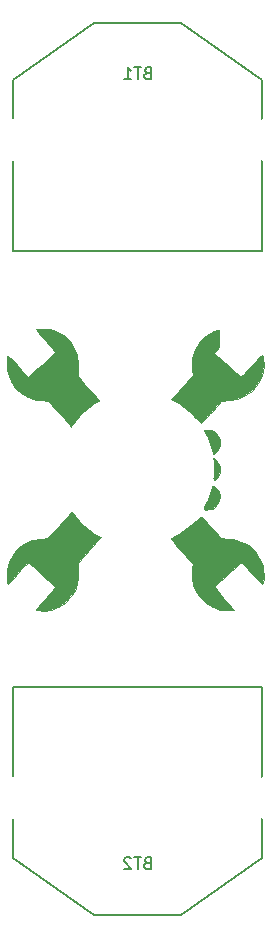
<source format=gbo>
G04 #@! TF.GenerationSoftware,KiCad,Pcbnew,(2017-01-24 revision 0b6147e)-makepkg*
G04 #@! TF.CreationDate,2017-06-09T09:58:06-07:00*
G04 #@! TF.ProjectId,POVSpinner,504F565370696E6E65722E6B69636164,rev?*
G04 #@! TF.FileFunction,Legend,Bot*
G04 #@! TF.FilePolarity,Positive*
%FSLAX46Y46*%
G04 Gerber Fmt 4.6, Leading zero omitted, Abs format (unit mm)*
G04 Created by KiCad (PCBNEW (2017-01-24 revision 0b6147e)-makepkg) date 06/09/17 09:58:06*
%MOMM*%
%LPD*%
G01*
G04 APERTURE LIST*
%ADD10C,0.100000*%
%ADD11C,0.150000*%
%ADD12C,0.010000*%
%ADD13R,4.360000X4.360000*%
%ADD14C,3.500000*%
%ADD15R,2.127200X2.127200*%
%ADD16O,2.127200X2.127200*%
%ADD17C,1.300000*%
%ADD18C,1.504000*%
%ADD19C,1.650006*%
%ADD20C,13.100000*%
G04 APERTURE END LIST*
D10*
D11*
X135141000Y-67598000D02*
X135141000Y-58200000D01*
X114059000Y-67598000D02*
X135141000Y-67598000D01*
X114059000Y-58200000D02*
X114059000Y-67598000D01*
X135141000Y-58200000D02*
X135141000Y-53120000D01*
X128283000Y-48294000D02*
X124600000Y-48294000D01*
X124600000Y-48294000D02*
X120917000Y-48294000D01*
X128283000Y-48294000D02*
X135141000Y-53120000D01*
X114059000Y-53120000D02*
X120917000Y-48294000D01*
X114059000Y-58200000D02*
X114059000Y-53120000D01*
X135141000Y-113900000D02*
X135141000Y-118980000D01*
X135141000Y-118980000D02*
X128283000Y-123806000D01*
X120917000Y-123806000D02*
X114059000Y-118980000D01*
X124600000Y-123806000D02*
X128283000Y-123806000D01*
X120917000Y-123806000D02*
X124600000Y-123806000D01*
X114059000Y-113900000D02*
X114059000Y-118980000D01*
X135141000Y-113900000D02*
X135141000Y-104502000D01*
X135141000Y-104502000D02*
X114059000Y-104502000D01*
X114059000Y-104502000D02*
X114059000Y-113900000D01*
D12*
G36*
X127929740Y-80708374D02*
X128319653Y-80927037D01*
X128757533Y-81208749D01*
X129165924Y-81502790D01*
X129277093Y-81590684D01*
X129558832Y-81817107D01*
X129789222Y-81996816D01*
X129938661Y-82107033D01*
X129978916Y-82130667D01*
X130045563Y-82070688D01*
X130202911Y-81905728D01*
X130430162Y-81658245D01*
X130706519Y-81350701D01*
X130830151Y-81211375D01*
X131642967Y-80292084D01*
X132308664Y-80246456D01*
X132988442Y-80143685D01*
X133574224Y-79925901D01*
X134109847Y-79576458D01*
X134142479Y-79550013D01*
X134597315Y-79076407D01*
X134944605Y-78506496D01*
X135169970Y-77878117D01*
X135259030Y-77229114D01*
X135220967Y-76712000D01*
X135169603Y-76525854D01*
X135122118Y-76436520D01*
X135047926Y-76473707D01*
X134884413Y-76618791D01*
X134652588Y-76851210D01*
X134373458Y-77150405D01*
X134235353Y-77304354D01*
X133939865Y-77632813D01*
X133681821Y-77910507D01*
X133482672Y-78115053D01*
X133363864Y-78224066D01*
X133342619Y-78236000D01*
X133264098Y-78182363D01*
X133085957Y-78036288D01*
X132833155Y-77820027D01*
X132530649Y-77555833D01*
X132203399Y-77265958D01*
X131876362Y-76972655D01*
X131574496Y-76698177D01*
X131322761Y-76464776D01*
X131146115Y-76294705D01*
X131069515Y-76210216D01*
X131068765Y-76208653D01*
X131114274Y-76130183D01*
X131254427Y-75949389D01*
X131470208Y-75689467D01*
X131742600Y-75373611D01*
X131894265Y-75201752D01*
X132189527Y-74866585D01*
X132440039Y-74576365D01*
X132626215Y-74354252D01*
X132728466Y-74223402D01*
X132742000Y-74199507D01*
X132664083Y-74181295D01*
X132456551Y-74175254D01*
X132158732Y-74182062D01*
X132043500Y-74187446D01*
X131644733Y-74219466D01*
X131340681Y-74279017D01*
X131056920Y-74385519D01*
X130809828Y-74509393D01*
X130216625Y-74914156D01*
X129744610Y-75421241D01*
X129404551Y-76009594D01*
X129207213Y-76658165D01*
X129163366Y-77345902D01*
X129196687Y-77663230D01*
X129265110Y-78096066D01*
X128731240Y-78695199D01*
X128419931Y-79044795D01*
X128079152Y-79427842D01*
X127773456Y-79771776D01*
X127721580Y-79830190D01*
X127245790Y-80366046D01*
X127929740Y-80708374D01*
X127929740Y-80708374D01*
G37*
X127929740Y-80708374D02*
X128319653Y-80927037D01*
X128757533Y-81208749D01*
X129165924Y-81502790D01*
X129277093Y-81590684D01*
X129558832Y-81817107D01*
X129789222Y-81996816D01*
X129938661Y-82107033D01*
X129978916Y-82130667D01*
X130045563Y-82070688D01*
X130202911Y-81905728D01*
X130430162Y-81658245D01*
X130706519Y-81350701D01*
X130830151Y-81211375D01*
X131642967Y-80292084D01*
X132308664Y-80246456D01*
X132988442Y-80143685D01*
X133574224Y-79925901D01*
X134109847Y-79576458D01*
X134142479Y-79550013D01*
X134597315Y-79076407D01*
X134944605Y-78506496D01*
X135169970Y-77878117D01*
X135259030Y-77229114D01*
X135220967Y-76712000D01*
X135169603Y-76525854D01*
X135122118Y-76436520D01*
X135047926Y-76473707D01*
X134884413Y-76618791D01*
X134652588Y-76851210D01*
X134373458Y-77150405D01*
X134235353Y-77304354D01*
X133939865Y-77632813D01*
X133681821Y-77910507D01*
X133482672Y-78115053D01*
X133363864Y-78224066D01*
X133342619Y-78236000D01*
X133264098Y-78182363D01*
X133085957Y-78036288D01*
X132833155Y-77820027D01*
X132530649Y-77555833D01*
X132203399Y-77265958D01*
X131876362Y-76972655D01*
X131574496Y-76698177D01*
X131322761Y-76464776D01*
X131146115Y-76294705D01*
X131069515Y-76210216D01*
X131068765Y-76208653D01*
X131114274Y-76130183D01*
X131254427Y-75949389D01*
X131470208Y-75689467D01*
X131742600Y-75373611D01*
X131894265Y-75201752D01*
X132189527Y-74866585D01*
X132440039Y-74576365D01*
X132626215Y-74354252D01*
X132728466Y-74223402D01*
X132742000Y-74199507D01*
X132664083Y-74181295D01*
X132456551Y-74175254D01*
X132158732Y-74182062D01*
X132043500Y-74187446D01*
X131644733Y-74219466D01*
X131340681Y-74279017D01*
X131056920Y-74385519D01*
X130809828Y-74509393D01*
X130216625Y-74914156D01*
X129744610Y-75421241D01*
X129404551Y-76009594D01*
X129207213Y-76658165D01*
X129163366Y-77345902D01*
X129196687Y-77663230D01*
X129265110Y-78096066D01*
X128731240Y-78695199D01*
X128419931Y-79044795D01*
X128079152Y-79427842D01*
X127773456Y-79771776D01*
X127721580Y-79830190D01*
X127245790Y-80366046D01*
X127929740Y-80708374D01*
G36*
X127454717Y-92053529D02*
X127557553Y-92195221D01*
X127735538Y-92409429D01*
X128001242Y-92713331D01*
X128367235Y-93124108D01*
X128399806Y-93160517D01*
X129264611Y-94127086D01*
X129196438Y-94558346D01*
X129167483Y-95237529D01*
X129287237Y-95884970D01*
X129539036Y-96481533D01*
X129906216Y-97008082D01*
X130372112Y-97445479D01*
X130920060Y-97774589D01*
X131533396Y-97976276D01*
X132195455Y-98031401D01*
X132219977Y-98030411D01*
X132773143Y-98005667D01*
X131909836Y-97035205D01*
X131613350Y-96697187D01*
X131363739Y-96403550D01*
X131179859Y-96177204D01*
X131080564Y-96041062D01*
X131068765Y-96013086D01*
X131139950Y-95933761D01*
X131312314Y-95767700D01*
X131560931Y-95537133D01*
X131860875Y-95264289D01*
X132187222Y-94971395D01*
X132515046Y-94680681D01*
X132819422Y-94414376D01*
X133075424Y-94194708D01*
X133258128Y-94043907D01*
X133342607Y-93984200D01*
X133343993Y-93984000D01*
X133420368Y-94044119D01*
X133586541Y-94209558D01*
X133821100Y-94457938D01*
X134102635Y-94766881D01*
X134235353Y-94915646D01*
X134529614Y-95238397D01*
X134786941Y-95503369D01*
X134986159Y-95690082D01*
X135106092Y-95778054D01*
X135128760Y-95779773D01*
X135193483Y-95626441D01*
X135231184Y-95355615D01*
X135241126Y-95017083D01*
X135222575Y-94660631D01*
X135174796Y-94336046D01*
X135151482Y-94240786D01*
X134880178Y-93560886D01*
X134482788Y-92988516D01*
X133971400Y-92533325D01*
X133358104Y-92204959D01*
X132654988Y-92013065D01*
X132310481Y-91973668D01*
X131634207Y-91927315D01*
X130826147Y-91008324D01*
X130536211Y-90682060D01*
X130285770Y-90406793D01*
X130095825Y-90205102D01*
X129987375Y-90099567D01*
X129971431Y-90089333D01*
X129890428Y-90140781D01*
X129713973Y-90278195D01*
X129474177Y-90476177D01*
X129364887Y-90569063D01*
X129079005Y-90801532D01*
X128736844Y-91061005D01*
X128373919Y-91322671D01*
X128025749Y-91561720D01*
X127727850Y-91753341D01*
X127515739Y-91872725D01*
X127471387Y-91891763D01*
X127424204Y-91918979D01*
X127414457Y-91967175D01*
X127454717Y-92053529D01*
X127454717Y-92053529D01*
G37*
X127454717Y-92053529D02*
X127557553Y-92195221D01*
X127735538Y-92409429D01*
X128001242Y-92713331D01*
X128367235Y-93124108D01*
X128399806Y-93160517D01*
X129264611Y-94127086D01*
X129196438Y-94558346D01*
X129167483Y-95237529D01*
X129287237Y-95884970D01*
X129539036Y-96481533D01*
X129906216Y-97008082D01*
X130372112Y-97445479D01*
X130920060Y-97774589D01*
X131533396Y-97976276D01*
X132195455Y-98031401D01*
X132219977Y-98030411D01*
X132773143Y-98005667D01*
X131909836Y-97035205D01*
X131613350Y-96697187D01*
X131363739Y-96403550D01*
X131179859Y-96177204D01*
X131080564Y-96041062D01*
X131068765Y-96013086D01*
X131139950Y-95933761D01*
X131312314Y-95767700D01*
X131560931Y-95537133D01*
X131860875Y-95264289D01*
X132187222Y-94971395D01*
X132515046Y-94680681D01*
X132819422Y-94414376D01*
X133075424Y-94194708D01*
X133258128Y-94043907D01*
X133342607Y-93984200D01*
X133343993Y-93984000D01*
X133420368Y-94044119D01*
X133586541Y-94209558D01*
X133821100Y-94457938D01*
X134102635Y-94766881D01*
X134235353Y-94915646D01*
X134529614Y-95238397D01*
X134786941Y-95503369D01*
X134986159Y-95690082D01*
X135106092Y-95778054D01*
X135128760Y-95779773D01*
X135193483Y-95626441D01*
X135231184Y-95355615D01*
X135241126Y-95017083D01*
X135222575Y-94660631D01*
X135174796Y-94336046D01*
X135151482Y-94240786D01*
X134880178Y-93560886D01*
X134482788Y-92988516D01*
X133971400Y-92533325D01*
X133358104Y-92204959D01*
X132654988Y-92013065D01*
X132310481Y-91973668D01*
X131634207Y-91927315D01*
X130826147Y-91008324D01*
X130536211Y-90682060D01*
X130285770Y-90406793D01*
X130095825Y-90205102D01*
X129987375Y-90099567D01*
X129971431Y-90089333D01*
X129890428Y-90140781D01*
X129713973Y-90278195D01*
X129474177Y-90476177D01*
X129364887Y-90569063D01*
X129079005Y-90801532D01*
X128736844Y-91061005D01*
X128373919Y-91322671D01*
X128025749Y-91561720D01*
X127727850Y-91753341D01*
X127515739Y-91872725D01*
X127471387Y-91891763D01*
X127424204Y-91918979D01*
X127414457Y-91967175D01*
X127454717Y-92053529D01*
G36*
X130163061Y-83169861D02*
X130210659Y-83257641D01*
X130372470Y-83586884D01*
X130537150Y-83977906D01*
X130635270Y-84247333D01*
X130729769Y-84526662D01*
X130803563Y-84734023D01*
X130840958Y-84825344D01*
X130841235Y-84825693D01*
X130934322Y-84822260D01*
X131088194Y-84723291D01*
X131257183Y-84564937D01*
X131391547Y-84390096D01*
X131534483Y-84002335D01*
X131524307Y-83592459D01*
X131390761Y-83256610D01*
X131120683Y-82958825D01*
X130765462Y-82771595D01*
X130467129Y-82723333D01*
X130194320Y-82736955D01*
X130061849Y-82796868D01*
X130056001Y-82931645D01*
X130163061Y-83169861D01*
X130163061Y-83169861D01*
G37*
X130163061Y-83169861D02*
X130210659Y-83257641D01*
X130372470Y-83586884D01*
X130537150Y-83977906D01*
X130635270Y-84247333D01*
X130729769Y-84526662D01*
X130803563Y-84734023D01*
X130840958Y-84825344D01*
X130841235Y-84825693D01*
X130934322Y-84822260D01*
X131088194Y-84723291D01*
X131257183Y-84564937D01*
X131391547Y-84390096D01*
X131534483Y-84002335D01*
X131524307Y-83592459D01*
X131390761Y-83256610D01*
X131120683Y-82958825D01*
X130765462Y-82771595D01*
X130467129Y-82723333D01*
X130194320Y-82736955D01*
X130061849Y-82796868D01*
X130056001Y-82931645D01*
X130163061Y-83169861D01*
G36*
X130907166Y-85338977D02*
X130909147Y-85348904D01*
X130935003Y-85563290D01*
X130954299Y-85885400D01*
X130963624Y-86253656D01*
X130964000Y-86339305D01*
X130973464Y-86723251D01*
X131007712Y-86946603D01*
X131075526Y-87017342D01*
X131185688Y-86943450D01*
X131346982Y-86732908D01*
X131366167Y-86704785D01*
X131527181Y-86325403D01*
X131533656Y-85919685D01*
X131391547Y-85543903D01*
X131229675Y-85333698D01*
X131055640Y-85182945D01*
X131040678Y-85174391D01*
X130916816Y-85119237D01*
X130880417Y-85163345D01*
X130907166Y-85338977D01*
X130907166Y-85338977D01*
G37*
X130907166Y-85338977D02*
X130909147Y-85348904D01*
X130935003Y-85563290D01*
X130954299Y-85885400D01*
X130963624Y-86253656D01*
X130964000Y-86339305D01*
X130973464Y-86723251D01*
X131007712Y-86946603D01*
X131075526Y-87017342D01*
X131185688Y-86943450D01*
X131346982Y-86732908D01*
X131366167Y-86704785D01*
X131527181Y-86325403D01*
X131533656Y-85919685D01*
X131391547Y-85543903D01*
X131229675Y-85333698D01*
X131055640Y-85182945D01*
X131040678Y-85174391D01*
X130916816Y-85119237D01*
X130880417Y-85163345D01*
X130907166Y-85338977D01*
G36*
X130182005Y-89448450D02*
X130330989Y-89497310D01*
X130569449Y-89484260D01*
X130833088Y-89418293D01*
X131023389Y-89330761D01*
X131317581Y-89065025D01*
X131498004Y-88721063D01*
X131552456Y-88343991D01*
X131468738Y-87978924D01*
X131415736Y-87879907D01*
X131249537Y-87672602D01*
X131067319Y-87532176D01*
X130915978Y-87491946D01*
X130885487Y-87503196D01*
X130824783Y-87608338D01*
X130765268Y-87812393D01*
X130754396Y-87865898D01*
X130688972Y-88100605D01*
X130572228Y-88421171D01*
X130428294Y-88761859D01*
X130414359Y-88792283D01*
X130288581Y-89082730D01*
X130205127Y-89311080D01*
X130178147Y-89437378D01*
X130182005Y-89448450D01*
X130182005Y-89448450D01*
G37*
X130182005Y-89448450D02*
X130330989Y-89497310D01*
X130569449Y-89484260D01*
X130833088Y-89418293D01*
X131023389Y-89330761D01*
X131317581Y-89065025D01*
X131498004Y-88721063D01*
X131552456Y-88343991D01*
X131468738Y-87978924D01*
X131415736Y-87879907D01*
X131249537Y-87672602D01*
X131067319Y-87532176D01*
X130915978Y-87491946D01*
X130885487Y-87503196D01*
X130824783Y-87608338D01*
X130765268Y-87812393D01*
X130754396Y-87865898D01*
X130688972Y-88100605D01*
X130572228Y-88421171D01*
X130428294Y-88761859D01*
X130414359Y-88792283D01*
X130288581Y-89082730D01*
X130205127Y-89311080D01*
X130178147Y-89437378D01*
X130182005Y-89448450D01*
G36*
X113479953Y-77355402D02*
X113516003Y-77686443D01*
X113559787Y-77902932D01*
X113817456Y-78594332D01*
X114202516Y-79179945D01*
X114702398Y-79649304D01*
X115304536Y-79991942D01*
X115996363Y-80197391D01*
X116372143Y-80245410D01*
X117006286Y-80293370D01*
X117989849Y-81402518D01*
X118310465Y-81764388D01*
X118590209Y-82080728D01*
X118810480Y-82330455D01*
X118952676Y-82492485D01*
X118998235Y-82545473D01*
X119065257Y-82504661D01*
X119227812Y-82368087D01*
X119460176Y-82158187D01*
X119688943Y-81943095D01*
X120042677Y-81627440D01*
X120434987Y-81312399D01*
X120803711Y-81046665D01*
X120960415Y-80947140D01*
X121237208Y-80780218D01*
X121447567Y-80648634D01*
X121557521Y-80573821D01*
X121566000Y-80565065D01*
X121512731Y-80497738D01*
X121364442Y-80323612D01*
X121138408Y-80062627D01*
X120851906Y-79734724D01*
X120522212Y-79359844D01*
X120502929Y-79337987D01*
X120132123Y-78915730D01*
X119860508Y-78598732D01*
X119674007Y-78366378D01*
X119558541Y-78198055D01*
X119500035Y-78073147D01*
X119484410Y-77971040D01*
X119497588Y-77871121D01*
X119498465Y-77867107D01*
X119530339Y-77630288D01*
X119548511Y-77311751D01*
X119550231Y-77107816D01*
X119461038Y-76433190D01*
X119225233Y-75813393D01*
X118861519Y-75266575D01*
X118388597Y-74810886D01*
X117825169Y-74464475D01*
X117189937Y-74245493D01*
X116525157Y-74172000D01*
X116245845Y-74180959D01*
X116048770Y-74204391D01*
X115978284Y-74235500D01*
X116031803Y-74318150D01*
X116178734Y-74502257D01*
X116398958Y-74763641D01*
X116672355Y-75078122D01*
X116789315Y-75210239D01*
X117075832Y-75538934D01*
X117313944Y-75824884D01*
X117484307Y-76043841D01*
X117567574Y-76171554D01*
X117572198Y-76191569D01*
X117501627Y-76271695D01*
X117329735Y-76438759D01*
X117081379Y-76670516D01*
X116781414Y-76944721D01*
X116454697Y-77239129D01*
X116126083Y-77531496D01*
X115820428Y-77799578D01*
X115562589Y-78021128D01*
X115377420Y-78173903D01*
X115289779Y-78235657D01*
X115287780Y-78236000D01*
X115213902Y-78175868D01*
X115050821Y-78010784D01*
X114820284Y-77763716D01*
X114544039Y-77457633D01*
X114446034Y-77347000D01*
X114158939Y-77026306D01*
X113909688Y-76757053D01*
X113720201Y-76562233D01*
X113612400Y-76464840D01*
X113598483Y-76458000D01*
X113531675Y-76534937D01*
X113488906Y-76737950D01*
X113471293Y-77025338D01*
X113479953Y-77355402D01*
X113479953Y-77355402D01*
G37*
X113479953Y-77355402D02*
X113516003Y-77686443D01*
X113559787Y-77902932D01*
X113817456Y-78594332D01*
X114202516Y-79179945D01*
X114702398Y-79649304D01*
X115304536Y-79991942D01*
X115996363Y-80197391D01*
X116372143Y-80245410D01*
X117006286Y-80293370D01*
X117989849Y-81402518D01*
X118310465Y-81764388D01*
X118590209Y-82080728D01*
X118810480Y-82330455D01*
X118952676Y-82492485D01*
X118998235Y-82545473D01*
X119065257Y-82504661D01*
X119227812Y-82368087D01*
X119460176Y-82158187D01*
X119688943Y-81943095D01*
X120042677Y-81627440D01*
X120434987Y-81312399D01*
X120803711Y-81046665D01*
X120960415Y-80947140D01*
X121237208Y-80780218D01*
X121447567Y-80648634D01*
X121557521Y-80573821D01*
X121566000Y-80565065D01*
X121512731Y-80497738D01*
X121364442Y-80323612D01*
X121138408Y-80062627D01*
X120851906Y-79734724D01*
X120522212Y-79359844D01*
X120502929Y-79337987D01*
X120132123Y-78915730D01*
X119860508Y-78598732D01*
X119674007Y-78366378D01*
X119558541Y-78198055D01*
X119500035Y-78073147D01*
X119484410Y-77971040D01*
X119497588Y-77871121D01*
X119498465Y-77867107D01*
X119530339Y-77630288D01*
X119548511Y-77311751D01*
X119550231Y-77107816D01*
X119461038Y-76433190D01*
X119225233Y-75813393D01*
X118861519Y-75266575D01*
X118388597Y-74810886D01*
X117825169Y-74464475D01*
X117189937Y-74245493D01*
X116525157Y-74172000D01*
X116245845Y-74180959D01*
X116048770Y-74204391D01*
X115978284Y-74235500D01*
X116031803Y-74318150D01*
X116178734Y-74502257D01*
X116398958Y-74763641D01*
X116672355Y-75078122D01*
X116789315Y-75210239D01*
X117075832Y-75538934D01*
X117313944Y-75824884D01*
X117484307Y-76043841D01*
X117567574Y-76171554D01*
X117572198Y-76191569D01*
X117501627Y-76271695D01*
X117329735Y-76438759D01*
X117081379Y-76670516D01*
X116781414Y-76944721D01*
X116454697Y-77239129D01*
X116126083Y-77531496D01*
X115820428Y-77799578D01*
X115562589Y-78021128D01*
X115377420Y-78173903D01*
X115289779Y-78235657D01*
X115287780Y-78236000D01*
X115213902Y-78175868D01*
X115050821Y-78010784D01*
X114820284Y-77763716D01*
X114544039Y-77457633D01*
X114446034Y-77347000D01*
X114158939Y-77026306D01*
X113909688Y-76757053D01*
X113720201Y-76562233D01*
X113612400Y-76464840D01*
X113598483Y-76458000D01*
X113531675Y-76534937D01*
X113488906Y-76737950D01*
X113471293Y-77025338D01*
X113479953Y-77355402D01*
G36*
X113498266Y-95548418D02*
X113547796Y-95720731D01*
X113598483Y-95762000D01*
X113674498Y-95701826D01*
X113839438Y-95536633D01*
X114071380Y-95289414D01*
X114348403Y-94983162D01*
X114446034Y-94873000D01*
X114732638Y-94552413D01*
X114980749Y-94283222D01*
X115168619Y-94088394D01*
X115274500Y-93990899D01*
X115287780Y-93984000D01*
X115366840Y-94037785D01*
X115545350Y-94184312D01*
X115798455Y-94401335D01*
X116101297Y-94666611D01*
X116429022Y-94957893D01*
X116756773Y-95252937D01*
X117059695Y-95529499D01*
X117312931Y-95765334D01*
X117491626Y-95938197D01*
X117570923Y-96025843D01*
X117572198Y-96028431D01*
X117528823Y-96113248D01*
X117390683Y-96298925D01*
X117177121Y-96561211D01*
X116907484Y-96875857D01*
X116789315Y-97009760D01*
X116500602Y-97338423D01*
X116257199Y-97623439D01*
X116079225Y-97840630D01*
X115986798Y-97965816D01*
X115978284Y-97984500D01*
X116055341Y-98016920D01*
X116257139Y-98039803D01*
X116525157Y-98048000D01*
X117212026Y-97969462D01*
X117845170Y-97745950D01*
X118405888Y-97395612D01*
X118875477Y-96936600D01*
X119235237Y-96387062D01*
X119466465Y-95765149D01*
X119550231Y-95112184D01*
X119543653Y-94786231D01*
X119519377Y-94485920D01*
X119497729Y-94349541D01*
X119482852Y-94246618D01*
X119496410Y-94144111D01*
X119552863Y-94020762D01*
X119666672Y-93855314D01*
X119852299Y-93626510D01*
X120124206Y-93313092D01*
X120459860Y-92935254D01*
X120785982Y-92565962D01*
X121068586Y-92238710D01*
X121289831Y-91974756D01*
X121431876Y-91795355D01*
X121477265Y-91723046D01*
X121408784Y-91646883D01*
X121233642Y-91513342D01*
X121002162Y-91359333D01*
X120746224Y-91178146D01*
X120416053Y-90915788D01*
X120057844Y-90610131D01*
X119775393Y-90353559D01*
X119484876Y-90084825D01*
X119242501Y-89868172D01*
X119072505Y-89724725D01*
X118999127Y-89675608D01*
X118998251Y-89676226D01*
X118937777Y-89746902D01*
X118783278Y-89923075D01*
X118553287Y-90183734D01*
X118266339Y-90507866D01*
X117991592Y-90817479D01*
X117006341Y-91926625D01*
X116366014Y-91975053D01*
X115631893Y-92107640D01*
X114983893Y-92382087D01*
X114433390Y-92788901D01*
X113991761Y-93318587D01*
X113670382Y-93961649D01*
X113559787Y-94317068D01*
X113503227Y-94622821D01*
X113474865Y-94957764D01*
X113473584Y-95280196D01*
X113498266Y-95548418D01*
X113498266Y-95548418D01*
G37*
X113498266Y-95548418D02*
X113547796Y-95720731D01*
X113598483Y-95762000D01*
X113674498Y-95701826D01*
X113839438Y-95536633D01*
X114071380Y-95289414D01*
X114348403Y-94983162D01*
X114446034Y-94873000D01*
X114732638Y-94552413D01*
X114980749Y-94283222D01*
X115168619Y-94088394D01*
X115274500Y-93990899D01*
X115287780Y-93984000D01*
X115366840Y-94037785D01*
X115545350Y-94184312D01*
X115798455Y-94401335D01*
X116101297Y-94666611D01*
X116429022Y-94957893D01*
X116756773Y-95252937D01*
X117059695Y-95529499D01*
X117312931Y-95765334D01*
X117491626Y-95938197D01*
X117570923Y-96025843D01*
X117572198Y-96028431D01*
X117528823Y-96113248D01*
X117390683Y-96298925D01*
X117177121Y-96561211D01*
X116907484Y-96875857D01*
X116789315Y-97009760D01*
X116500602Y-97338423D01*
X116257199Y-97623439D01*
X116079225Y-97840630D01*
X115986798Y-97965816D01*
X115978284Y-97984500D01*
X116055341Y-98016920D01*
X116257139Y-98039803D01*
X116525157Y-98048000D01*
X117212026Y-97969462D01*
X117845170Y-97745950D01*
X118405888Y-97395612D01*
X118875477Y-96936600D01*
X119235237Y-96387062D01*
X119466465Y-95765149D01*
X119550231Y-95112184D01*
X119543653Y-94786231D01*
X119519377Y-94485920D01*
X119497729Y-94349541D01*
X119482852Y-94246618D01*
X119496410Y-94144111D01*
X119552863Y-94020762D01*
X119666672Y-93855314D01*
X119852299Y-93626510D01*
X120124206Y-93313092D01*
X120459860Y-92935254D01*
X120785982Y-92565962D01*
X121068586Y-92238710D01*
X121289831Y-91974756D01*
X121431876Y-91795355D01*
X121477265Y-91723046D01*
X121408784Y-91646883D01*
X121233642Y-91513342D01*
X121002162Y-91359333D01*
X120746224Y-91178146D01*
X120416053Y-90915788D01*
X120057844Y-90610131D01*
X119775393Y-90353559D01*
X119484876Y-90084825D01*
X119242501Y-89868172D01*
X119072505Y-89724725D01*
X118999127Y-89675608D01*
X118998251Y-89676226D01*
X118937777Y-89746902D01*
X118783278Y-89923075D01*
X118553287Y-90183734D01*
X118266339Y-90507866D01*
X117991592Y-90817479D01*
X117006341Y-91926625D01*
X116366014Y-91975053D01*
X115631893Y-92107640D01*
X114983893Y-92382087D01*
X114433390Y-92788901D01*
X113991761Y-93318587D01*
X113670382Y-93961649D01*
X113559787Y-94317068D01*
X113503227Y-94622821D01*
X113474865Y-94957764D01*
X113473584Y-95280196D01*
X113498266Y-95548418D01*
D11*
X130956895Y-86080000D02*
G75*
G03X130956895Y-86080000I-6406895J0D01*
G01*
X125385714Y-52540571D02*
X125242857Y-52588190D01*
X125195238Y-52635809D01*
X125147619Y-52731047D01*
X125147619Y-52873904D01*
X125195238Y-52969142D01*
X125242857Y-53016761D01*
X125338095Y-53064380D01*
X125719047Y-53064380D01*
X125719047Y-52064380D01*
X125385714Y-52064380D01*
X125290476Y-52112000D01*
X125242857Y-52159619D01*
X125195238Y-52254857D01*
X125195238Y-52350095D01*
X125242857Y-52445333D01*
X125290476Y-52492952D01*
X125385714Y-52540571D01*
X125719047Y-52540571D01*
X124861904Y-52064380D02*
X124290476Y-52064380D01*
X124576190Y-53064380D02*
X124576190Y-52064380D01*
X123433333Y-53064380D02*
X124004761Y-53064380D01*
X123719047Y-53064380D02*
X123719047Y-52064380D01*
X123814285Y-52207238D01*
X123909523Y-52302476D01*
X124004761Y-52350095D01*
X125385714Y-119416571D02*
X125242857Y-119464190D01*
X125195238Y-119511809D01*
X125147619Y-119607047D01*
X125147619Y-119749904D01*
X125195238Y-119845142D01*
X125242857Y-119892761D01*
X125338095Y-119940380D01*
X125719047Y-119940380D01*
X125719047Y-118940380D01*
X125385714Y-118940380D01*
X125290476Y-118988000D01*
X125242857Y-119035619D01*
X125195238Y-119130857D01*
X125195238Y-119226095D01*
X125242857Y-119321333D01*
X125290476Y-119368952D01*
X125385714Y-119416571D01*
X125719047Y-119416571D01*
X124861904Y-118940380D02*
X124290476Y-118940380D01*
X124576190Y-119940380D02*
X124576190Y-118940380D01*
X124004761Y-119035619D02*
X123957142Y-118988000D01*
X123861904Y-118940380D01*
X123623809Y-118940380D01*
X123528571Y-118988000D01*
X123480952Y-119035619D01*
X123433333Y-119130857D01*
X123433333Y-119226095D01*
X123480952Y-119368952D01*
X124052380Y-119940380D01*
X123433333Y-119940380D01*
%LPC*%
D13*
X124600000Y-58200000D03*
D14*
X135155000Y-58200000D03*
X114045000Y-58200000D03*
X135155000Y-113900000D03*
X114045000Y-113900000D03*
D13*
X124600000Y-113900000D03*
D15*
X132570000Y-75020000D03*
D16*
X135110000Y-75020000D03*
X132570000Y-72480000D03*
X135110000Y-72480000D03*
X132570000Y-69940001D03*
X135110000Y-69940000D03*
D17*
X116242740Y-96593020D03*
X116242740Y-103393020D03*
D18*
X127002060Y-53070000D03*
X122002060Y-53070000D03*
D19*
X121070000Y-50400000D03*
X127930000Y-50400000D03*
D20*
X124550000Y-86080000D03*
M02*

</source>
